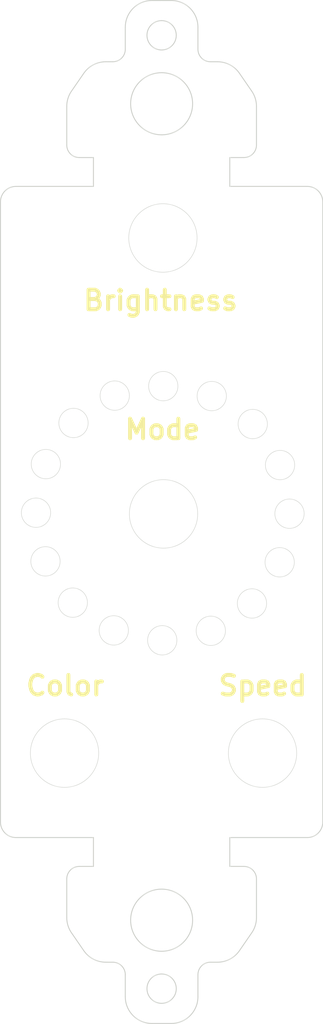
<source format=kicad_pcb>
(kicad_pcb (version 20171130) (host pcbnew "(5.1.5-0-10_14)")

  (general
    (thickness 1.6)
    (drawings 98)
    (tracks 0)
    (zones 0)
    (modules 0)
    (nets 1)
  )

  (page A4)
  (layers
    (0 F.Cu signal)
    (31 B.Cu signal)
    (32 B.Adhes user)
    (33 F.Adhes user)
    (34 B.Paste user)
    (35 F.Paste user)
    (36 B.SilkS user)
    (37 F.SilkS user)
    (38 B.Mask user)
    (39 F.Mask user)
    (40 Dwgs.User user)
    (41 Cmts.User user)
    (42 Eco1.User user)
    (43 Eco2.User user)
    (44 Edge.Cuts user)
    (45 Margin user)
    (46 B.CrtYd user hide)
    (47 F.CrtYd user hide)
    (48 B.Fab user hide)
    (49 F.Fab user hide)
  )

  (setup
    (last_trace_width 0.127)
    (trace_clearance 0.1016)
    (zone_clearance 0.508)
    (zone_45_only no)
    (trace_min 0.0889)
    (via_size 0.8)
    (via_drill 0.4)
    (via_min_size 0.4)
    (via_min_drill 0.3)
    (uvia_size 0.3)
    (uvia_drill 0.1)
    (uvias_allowed no)
    (uvia_min_size 0.2)
    (uvia_min_drill 0.1)
    (edge_width 0.05)
    (segment_width 0.2)
    (pcb_text_width 0.3)
    (pcb_text_size 1.5 1.5)
    (mod_edge_width 0.12)
    (mod_text_size 1 1)
    (mod_text_width 0.15)
    (pad_size 1.524 1.524)
    (pad_drill 0.762)
    (pad_to_mask_clearance 0.051)
    (solder_mask_min_width 0.25)
    (aux_axis_origin 197.7898 97.947429)
    (grid_origin 140.195487 90.830974)
    (visible_elements FFFFFF7F)
    (pcbplotparams
      (layerselection 0x010fc_ffffffff)
      (usegerberextensions false)
      (usegerberattributes false)
      (usegerberadvancedattributes false)
      (creategerberjobfile false)
      (excludeedgelayer true)
      (linewidth 0.050000)
      (plotframeref false)
      (viasonmask false)
      (mode 1)
      (useauxorigin false)
      (hpglpennumber 1)
      (hpglpenspeed 20)
      (hpglpendiameter 15.000000)
      (psnegative false)
      (psa4output false)
      (plotreference true)
      (plotvalue true)
      (plotinvisibletext false)
      (padsonsilk false)
      (subtractmaskfromsilk false)
      (outputformat 1)
      (mirror false)
      (drillshape 0)
      (scaleselection 1)
      (outputdirectory "gerber"))
  )

  (net 0 "")

  (net_class Default "This is the default net class."
    (clearance 0.1016)
    (trace_width 0.127)
    (via_dia 0.8)
    (via_drill 0.4)
    (uvia_dia 0.3)
    (uvia_drill 0.1)
  )

  (net_class Power ""
    (clearance 0.2)
    (trace_width 0.5)
    (via_dia 1.016)
    (via_drill 0.4)
    (uvia_dia 0.3)
    (uvia_drill 0.1)
  )

  (gr_text Speed (at 155.359287 120.472774) (layer F.SilkS) (tstamp 5E29EC5A)
    (effects (font (size 2 2) (thickness 0.4)))
  )
  (gr_text Color (at 135.115487 120.472774) (layer F.SilkS) (tstamp 5E29EC54)
    (effects (font (size 2 2) (thickness 0.4)))
  )
  (gr_text Mode (at 145.097687 94.285374) (layer F.SilkS) (tstamp 5E29EC43)
    (effects (font (size 2 2) (thickness 0.4)))
  )
  (gr_text Brightness (at 144.894487 81.102774) (layer F.SilkS)
    (effects (font (size 2 2) (thickness 0.4)))
  )
  (gr_curve (pts (xy 161.508622 134.41746) (xy 161.508622 134.41746) (xy 161.508622 71.031795) (xy 161.508622 71.031795)) (layer Edge.Cuts) (width 0.1))
  (gr_curve (pts (xy 159.927453 135.99863) (xy 160.800698 135.99863) (xy 161.508622 135.290706) (xy 161.508622 134.41746)) (layer Edge.Cuts) (width 0.1))
  (gr_curve (pts (xy 151.983622 135.99863) (xy 151.983622 135.99863) (xy 159.927453 135.99863) (xy 159.927453 135.99863)) (layer Edge.Cuts) (width 0.1))
  (gr_curve (pts (xy 151.983622 138.947847) (xy 151.983622 138.947847) (xy 151.983622 135.99863) (xy 151.983622 135.99863)) (layer Edge.Cuts) (width 0.1))
  (gr_curve (pts (xy 153.435816 138.947847) (xy 153.435816 138.947847) (xy 151.983622 138.947847) (xy 151.983622 138.947847)) (layer Edge.Cuts) (width 0.1))
  (gr_curve (pts (xy 154.71765 140.229681) (xy 154.71765 139.521757) (xy 154.14374 138.947847) (xy 153.435816 138.947847)) (layer Edge.Cuts) (width 0.1))
  (gr_curve (pts (xy 154.71765 144.180151) (xy 154.71765 144.180151) (xy 154.71765 140.229681) (xy 154.71765 140.229681)) (layer Edge.Cuts) (width 0.1))
  (gr_curve (pts (xy 154.232925 145.735288) (xy 154.548582 145.278124) (xy 154.71765 144.735715) (xy 154.71765 144.180151)) (layer Edge.Cuts) (width 0.1))
  (gr_curve (pts (xy 152.976068 147.555569) (xy 152.976068 147.555569) (xy 154.232925 145.735288) (xy 154.232925 145.735288)) (layer Edge.Cuts) (width 0.1))
  (gr_curve (pts (xy 150.723794 148.73743) (xy 151.623114 148.73743) (xy 152.465074 148.295619) (xy 152.976068 147.555569)) (layer Edge.Cuts) (width 0.1))
  (gr_curve (pts (xy 150.002262 148.73743) (xy 150.002262 148.73743) (xy 150.723794 148.73743) (xy 150.723794 148.73743)) (layer Edge.Cuts) (width 0.1))
  (gr_curve (pts (xy 148.720428 150.019264) (xy 148.720428 149.31134) (xy 149.294338 148.73743) (xy 150.002262 148.73743)) (layer Edge.Cuts) (width 0.1))
  (gr_curve (pts (xy 148.720428 152.265208) (xy 148.720428 152.265208) (xy 148.720428 150.019264) (xy 148.720428 150.019264)) (layer Edge.Cuts) (width 0.1))
  (gr_curve (pts (xy 145.9864 154.999236) (xy 147.496364 154.999236) (xy 148.720428 153.775172) (xy 148.720428 152.265208)) (layer Edge.Cuts) (width 0.1))
  (gr_curve (pts (xy 144.998627 154.999236) (xy 144.998627 154.999236) (xy 145.9864 154.999236) (xy 145.9864 154.999236)) (layer Edge.Cuts) (width 0.1))
  (gr_curve (pts (xy 144.010853 154.999236) (xy 144.010853 154.999236) (xy 144.998627 154.999236) (xy 144.998627 154.999236)) (layer Edge.Cuts) (width 0.1))
  (gr_curve (pts (xy 141.276825 152.265208) (xy 141.276825 153.775172) (xy 142.500889 154.999236) (xy 144.010853 154.999236)) (layer Edge.Cuts) (width 0.1))
  (gr_curve (pts (xy 141.276825 150.019264) (xy 141.276825 150.019264) (xy 141.276825 152.265208) (xy 141.276825 152.265208)) (layer Edge.Cuts) (width 0.1))
  (gr_curve (pts (xy 139.994991 148.73743) (xy 140.702915 148.73743) (xy 141.276825 149.31134) (xy 141.276825 150.019264)) (layer Edge.Cuts) (width 0.1))
  (gr_curve (pts (xy 139.273459 148.73743) (xy 139.273459 148.73743) (xy 139.994991 148.73743) (xy 139.994991 148.73743)) (layer Edge.Cuts) (width 0.1))
  (gr_curve (pts (xy 137.021185 147.555569) (xy 137.532179 148.295619) (xy 138.374139 148.73743) (xy 139.273459 148.73743)) (layer Edge.Cuts) (width 0.1))
  (gr_curve (pts (xy 135.764328 145.735288) (xy 135.764328 145.735288) (xy 137.021185 147.555569) (xy 137.021185 147.555569)) (layer Edge.Cuts) (width 0.1))
  (gr_curve (pts (xy 135.279603 144.180151) (xy 135.279603 144.735715) (xy 135.448671 145.278124) (xy 135.764328 145.735288)) (layer Edge.Cuts) (width 0.1))
  (gr_curve (pts (xy 135.279603 140.229681) (xy 135.279603 140.229681) (xy 135.279603 144.180151) (xy 135.279603 144.180151)) (layer Edge.Cuts) (width 0.1))
  (gr_curve (pts (xy 136.561437 138.947847) (xy 135.853513 138.947847) (xy 135.279603 139.521757) (xy 135.279603 140.229681)) (layer Edge.Cuts) (width 0.1))
  (gr_curve (pts (xy 138.013631 138.947847) (xy 138.013631 138.947847) (xy 136.561437 138.947847) (xy 136.561437 138.947847)) (layer Edge.Cuts) (width 0.1))
  (gr_curve (pts (xy 138.013631 135.99863) (xy 138.013631 135.99863) (xy 138.013631 138.947847) (xy 138.013631 138.947847)) (layer Edge.Cuts) (width 0.1))
  (gr_curve (pts (xy 130.0698 135.99863) (xy 130.0698 135.99863) (xy 138.013631 135.99863) (xy 138.013631 135.99863)) (layer Edge.Cuts) (width 0.1))
  (gr_curve (pts (xy 128.488631 134.41746) (xy 128.488631 135.290706) (xy 129.196555 135.99863) (xy 130.0698 135.99863)) (layer Edge.Cuts) (width 0.1))
  (gr_curve (pts (xy 128.488631 71.031795) (xy 128.488631 71.031795) (xy 128.488631 134.41746) (xy 128.488631 134.41746)) (layer Edge.Cuts) (width 0.1))
  (gr_curve (pts (xy 130.0698 69.450625) (xy 129.196555 69.450625) (xy 128.488631 70.158549) (xy 128.488631 71.031795)) (layer Edge.Cuts) (width 0.1))
  (gr_curve (pts (xy 138.013631 69.450625) (xy 138.013631 69.450625) (xy 130.0698 69.450625) (xy 130.0698 69.450625)) (layer Edge.Cuts) (width 0.1))
  (gr_curve (pts (xy 150.723794 56.711825) (xy 150.723794 56.711825) (xy 150.002262 56.711825) (xy 150.002262 56.711825)) (layer Edge.Cuts) (width 0.1))
  (gr_curve (pts (xy 152.976068 57.893686) (xy 152.465074 57.153636) (xy 151.623114 56.711825) (xy 150.723794 56.711825)) (layer Edge.Cuts) (width 0.1))
  (gr_curve (pts (xy 138.013631 66.501408) (xy 138.013631 66.501408) (xy 138.013631 69.450625) (xy 138.013631 69.450625)) (layer Edge.Cuts) (width 0.1))
  (gr_curve (pts (xy 136.561437 66.501408) (xy 136.561437 66.501408) (xy 138.013631 66.501408) (xy 138.013631 66.501408)) (layer Edge.Cuts) (width 0.1))
  (gr_curve (pts (xy 135.279603 65.219574) (xy 135.279603 65.927498) (xy 135.853513 66.501408) (xy 136.561437 66.501408)) (layer Edge.Cuts) (width 0.1))
  (gr_curve (pts (xy 135.279603 61.269104) (xy 135.279603 61.269104) (xy 135.279603 65.219574) (xy 135.279603 65.219574)) (layer Edge.Cuts) (width 0.1))
  (gr_curve (pts (xy 135.764328 59.713967) (xy 135.448671 60.171131) (xy 135.279603 60.71354) (xy 135.279603 61.269104)) (layer Edge.Cuts) (width 0.1))
  (gr_curve (pts (xy 137.021185 57.893686) (xy 137.021185 57.893686) (xy 135.764328 59.713967) (xy 135.764328 59.713967)) (layer Edge.Cuts) (width 0.1))
  (gr_curve (pts (xy 139.273459 56.711825) (xy 138.374139 56.711825) (xy 137.532179 57.153636) (xy 137.021185 57.893686)) (layer Edge.Cuts) (width 0.1))
  (gr_curve (pts (xy 139.994991 56.711825) (xy 139.994991 56.711825) (xy 139.273459 56.711825) (xy 139.273459 56.711825)) (layer Edge.Cuts) (width 0.1))
  (gr_curve (pts (xy 141.276825 55.429991) (xy 141.276825 56.137915) (xy 140.702915 56.711825) (xy 139.994991 56.711825)) (layer Edge.Cuts) (width 0.1))
  (gr_curve (pts (xy 141.276825 53.184047) (xy 141.276825 53.184047) (xy 141.276825 55.429991) (xy 141.276825 55.429991)) (layer Edge.Cuts) (width 0.1))
  (gr_curve (pts (xy 144.010853 50.450019) (xy 142.500889 50.450019) (xy 141.276825 51.674083) (xy 141.276825 53.184047)) (layer Edge.Cuts) (width 0.1))
  (gr_curve (pts (xy 144.998627 50.450019) (xy 144.998627 50.450019) (xy 144.010853 50.450019) (xy 144.010853 50.450019)) (layer Edge.Cuts) (width 0.1))
  (gr_curve (pts (xy 145.9864 50.450019) (xy 145.9864 50.450019) (xy 144.998627 50.450019) (xy 144.998627 50.450019)) (layer Edge.Cuts) (width 0.1))
  (gr_curve (pts (xy 148.720428 53.184047) (xy 148.720428 51.674083) (xy 147.496364 50.450019) (xy 145.9864 50.450019)) (layer Edge.Cuts) (width 0.1))
  (gr_curve (pts (xy 148.720428 55.429991) (xy 148.720428 55.429991) (xy 148.720428 53.184047) (xy 148.720428 53.184047)) (layer Edge.Cuts) (width 0.1))
  (gr_curve (pts (xy 150.002262 56.711825) (xy 149.294338 56.711825) (xy 148.720428 56.137915) (xy 148.720428 55.429991)) (layer Edge.Cuts) (width 0.1))
  (gr_curve (pts (xy 143.498632 54.007209) (xy 143.498632 53.178771) (xy 144.17021 52.507215) (xy 144.998627 52.507215)) (layer Edge.Cuts) (width 0.1))
  (gr_curve (pts (xy 144.998627 55.507182) (xy 144.17021 55.507182) (xy 143.498632 54.835626) (xy 143.498632 54.007209)) (layer Edge.Cuts) (width 0.1))
  (gr_curve (pts (xy 146.498621 54.007209) (xy 146.498621 54.835626) (xy 145.827064 55.507182) (xy 144.998627 55.507182)) (layer Edge.Cuts) (width 0.1))
  (gr_curve (pts (xy 144.998627 52.507215) (xy 145.827064 52.507215) (xy 146.498621 53.178771) (xy 146.498621 54.007209)) (layer Edge.Cuts) (width 0.1))
  (gr_curve (pts (xy 161.508622 71.031795) (xy 161.508622 70.158549) (xy 160.800698 69.450625) (xy 159.927453 69.450625)) (layer Edge.Cuts) (width 0.1))
  (gr_curve (pts (xy 154.71765 65.219574) (xy 154.71765 65.219574) (xy 154.71765 61.269104) (xy 154.71765 61.269104)) (layer Edge.Cuts) (width 0.1))
  (gr_curve (pts (xy 153.435816 66.501408) (xy 154.14374 66.501408) (xy 154.71765 65.927498) (xy 154.71765 65.219574)) (layer Edge.Cuts) (width 0.1))
  (gr_curve (pts (xy 154.232925 59.713967) (xy 154.232925 59.713967) (xy 152.976068 57.893686) (xy 152.976068 57.893686)) (layer Edge.Cuts) (width 0.1))
  (gr_curve (pts (xy 154.71765 61.269104) (xy 154.71765 60.71354) (xy 154.548582 60.171131) (xy 154.232925 59.713967)) (layer Edge.Cuts) (width 0.1))
  (gr_curve (pts (xy 144.998627 149.942073) (xy 145.827064 149.942073) (xy 146.498621 150.613629) (xy 146.498621 151.442046)) (layer Edge.Cuts) (width 0.1))
  (gr_curve (pts (xy 143.498632 151.442046) (xy 143.498632 150.613629) (xy 144.17021 149.942073) (xy 144.998627 149.942073)) (layer Edge.Cuts) (width 0.1))
  (gr_curve (pts (xy 144.998627 152.94204) (xy 144.17021 152.94204) (xy 143.498632 152.270484) (xy 143.498632 151.442046)) (layer Edge.Cuts) (width 0.1))
  (gr_curve (pts (xy 141.823648 144.445294) (xy 141.823648 142.691805) (xy 143.245137 141.270294) (xy 144.998627 141.270294)) (layer Edge.Cuts) (width 0.1))
  (gr_curve (pts (xy 144.998627 147.620294) (xy 143.245137 147.620294) (xy 141.823648 146.198783) (xy 141.823648 144.445294)) (layer Edge.Cuts) (width 0.1))
  (gr_curve (pts (xy 146.498621 151.442046) (xy 146.498621 152.270484) (xy 145.827064 152.94204) (xy 144.998627 152.94204)) (layer Edge.Cuts) (width 0.1))
  (gr_curve (pts (xy 159.927453 69.450625) (xy 159.927453 69.450625) (xy 151.983622 69.450625) (xy 151.983622 69.450625)) (layer Edge.Cuts) (width 0.1))
  (gr_curve (pts (xy 151.983622 66.501408) (xy 151.983622 66.501408) (xy 153.435816 66.501408) (xy 153.435816 66.501408)) (layer Edge.Cuts) (width 0.1))
  (gr_curve (pts (xy 151.983622 69.450625) (xy 151.983622 69.450625) (xy 151.983622 66.501408) (xy 151.983622 66.501408)) (layer Edge.Cuts) (width 0.1))
  (gr_curve (pts (xy 148.173648 61.003961) (xy 148.173648 62.75745) (xy 146.752137 64.178961) (xy 144.998627 64.178961)) (layer Edge.Cuts) (width 0.1))
  (gr_curve (pts (xy 144.998627 57.828961) (xy 146.752137 57.828961) (xy 148.173648 59.250472) (xy 148.173648 61.003961)) (layer Edge.Cuts) (width 0.1))
  (gr_curve (pts (xy 141.823648 61.003961) (xy 141.823648 59.250472) (xy 143.245137 57.828961) (xy 144.998627 57.828961)) (layer Edge.Cuts) (width 0.1))
  (gr_curve (pts (xy 144.998627 64.178961) (xy 143.245137 64.178961) (xy 141.823648 62.75745) (xy 141.823648 61.003961)) (layer Edge.Cuts) (width 0.1))
  (gr_curve (pts (xy 148.173648 144.445294) (xy 148.173648 146.198783) (xy 146.752137 147.620294) (xy 144.998627 147.620294)) (layer Edge.Cuts) (width 0.1))
  (gr_curve (pts (xy 144.998627 141.270294) (xy 146.752137 141.270294) (xy 148.173648 142.691805) (xy 148.173648 144.445294)) (layer Edge.Cuts) (width 0.1))
  (gr_circle (center 140.195487 90.830974) (end 141.695487 90.830974) (layer Edge.Cuts) (width 0.05) (tstamp 5E124CF5))
  (gr_circle (center 135.969624 93.628387) (end 137.469624 93.628387) (layer Edge.Cuts) (width 0.05) (tstamp 5E124CF3))
  (gr_circle (center 133.139191 97.83139) (end 134.639191 97.83139) (layer Edge.Cuts) (width 0.05) (tstamp 5E124CF1))
  (gr_circle (center 132.12835 102.798773) (end 133.62835 102.798773) (layer Edge.Cuts) (width 0.05) (tstamp 5E124CEE))
  (gr_circle (center 133.098551 107.771236) (end 134.598551 107.771236) (layer Edge.Cuts) (width 0.05) (tstamp 5E124CEC))
  (gr_circle (center 135.895964 111.989479) (end 137.395964 111.989479) (layer Edge.Cuts) (width 0.05) (tstamp 5E124CEA))
  (gr_circle (center 140.096427 114.827532) (end 141.596427 114.827532) (layer Edge.Cuts) (width 0.05) (tstamp 5E124CE8))
  (gr_circle (center 145.06381 115.838373) (end 146.56381 115.838373) (layer Edge.Cuts) (width 0.05) (tstamp 5E124CE6))
  (gr_circle (center 150.038813 114.868172) (end 151.538813 114.868172) (layer Edge.Cuts) (width 0.05) (tstamp 5E124CE4))
  (gr_circle (center 154.257056 112.073299) (end 155.757056 112.073299) (layer Edge.Cuts) (width 0.05) (tstamp 5E124CE2))
  (gr_circle (center 157.095109 107.865216) (end 158.595109 107.865216) (layer Edge.Cuts) (width 0.05) (tstamp 5E124CE0))
  (gr_circle (center 158.10341 102.900373) (end 159.60341 102.900373) (layer Edge.Cuts) (width 0.05) (tstamp 5E124CDD))
  (gr_circle (center 157.133209 97.93045) (end 158.633209 97.93045) (layer Edge.Cuts) (width 0.05) (tstamp 5E124CDA))
  (gr_circle (center 154.335796 93.736207) (end 155.835796 93.736207) (layer Edge.Cuts) (width 0.05) (tstamp 5E124CD8))
  (gr_circle (center 150.135333 90.879234) (end 151.635333 90.879234) (layer Edge.Cuts) (width 0.05) (tstamp 5E124C42))
  (gr_circle (center 145.16795 89.863313) (end 146.66795 89.863313) (layer Edge.Cuts) (width 0.05) (tstamp 5E124BA5))
  (gr_circle (center 145.131587 74.721014) (end 148.631587 74.721014) (layer Edge.Cuts) (width 0.05) (tstamp 5E124AD8))
  (gr_circle (center 155.339587 127.368843) (end 158.839587 127.368843) (layer Edge.Cuts) (width 0.05) (tstamp 5E12480E))
  (gr_circle (center 135.051587 127.368843) (end 138.551587 127.368843) (layer Edge.Cuts) (width 0.05) (tstamp 5E124741))
  (gr_circle (center 145.195587 102.921343) (end 148.695587 102.921343) (layer Edge.Cuts) (width 0.05))

)

</source>
